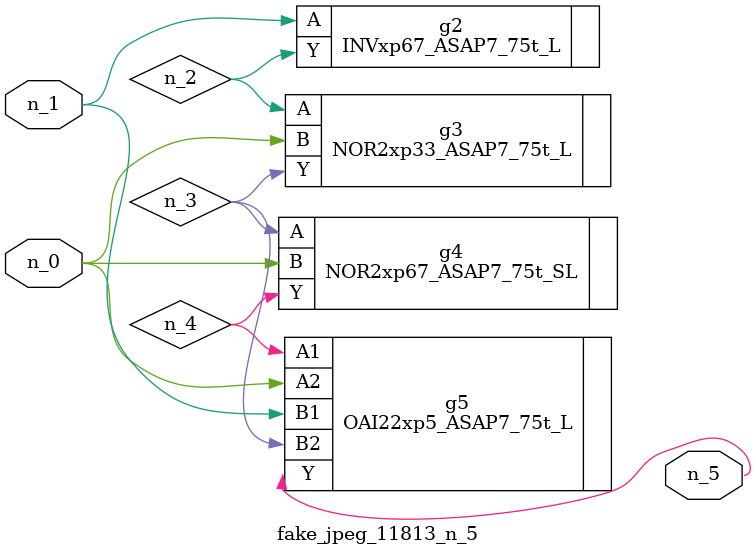
<source format=v>
module fake_jpeg_11813_n_5 (n_0, n_1, n_5);

input n_0;
input n_1;

output n_5;

wire n_2;
wire n_3;
wire n_4;

INVxp67_ASAP7_75t_L g2 ( 
.A(n_1),
.Y(n_2)
);

NOR2xp33_ASAP7_75t_L g3 ( 
.A(n_2),
.B(n_0),
.Y(n_3)
);

NOR2xp67_ASAP7_75t_SL g4 ( 
.A(n_3),
.B(n_0),
.Y(n_4)
);

OAI22xp5_ASAP7_75t_L g5 ( 
.A1(n_4),
.A2(n_0),
.B1(n_1),
.B2(n_3),
.Y(n_5)
);


endmodule
</source>
